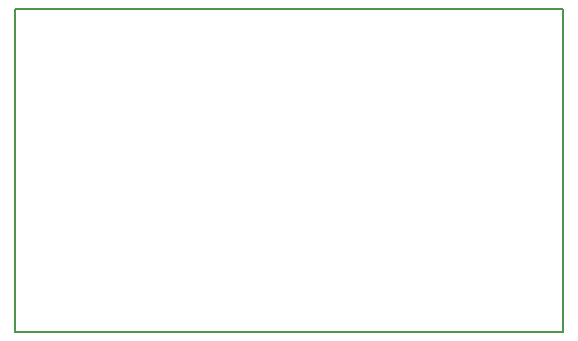
<source format=gm1>
G04 MADE WITH FRITZING*
G04 WWW.FRITZING.ORG*
G04 DOUBLE SIDED*
G04 HOLES PLATED*
G04 CONTOUR ON CENTER OF CONTOUR VECTOR*
%ASAXBY*%
%FSLAX23Y23*%
%MOIN*%
%OFA0B0*%
%SFA1.0B1.0*%
%ADD10R,1.833780X1.082730*%
%ADD11C,0.008000*%
%ADD10C,0.008*%
%LNCONTOUR*%
G90*
G70*
G54D10*
G54D11*
X4Y1079D02*
X1830Y1079D01*
X1830Y4D01*
X4Y4D01*
X4Y1079D01*
D02*
G04 End of contour*
M02*
</source>
